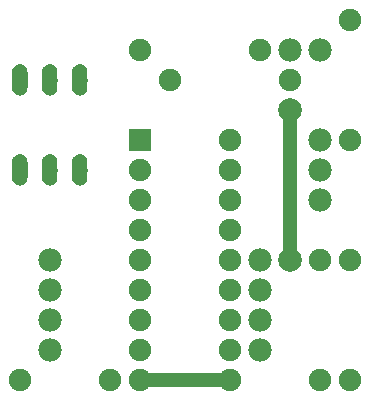
<source format=gtl>
G04 MADE WITH FRITZING*
G04 WWW.FRITZING.ORG*
G04 DOUBLE SIDED*
G04 HOLES PLATED*
G04 CONTOUR ON CENTER OF CONTOUR VECTOR*
%ASAXBY*%
%FSLAX23Y23*%
%MOIN*%
%OFA0B0*%
%SFA1.0B1.0*%
%ADD10C,0.075000*%
%ADD11C,0.078000*%
%ADD12C,0.052000*%
%ADD13C,0.078740*%
%ADD14R,0.075000X0.075000*%
%ADD15C,0.048000*%
%ADD16R,0.001000X0.001000*%
%LNCOPPER1*%
G90*
G70*
G54D10*
X518Y1117D03*
X818Y1117D03*
X518Y1017D03*
X818Y1017D03*
X518Y917D03*
X818Y917D03*
X518Y817D03*
X818Y817D03*
X518Y717D03*
X818Y717D03*
X518Y617D03*
X818Y617D03*
X518Y517D03*
X818Y517D03*
X518Y417D03*
X818Y417D03*
X1018Y1217D03*
X1018Y717D03*
X518Y317D03*
X818Y317D03*
G54D11*
X1118Y917D03*
X1118Y1017D03*
X1118Y1117D03*
X918Y417D03*
X918Y517D03*
X918Y617D03*
X918Y717D03*
X218Y417D03*
X218Y517D03*
X218Y617D03*
X218Y717D03*
G54D10*
X1218Y1117D03*
X1218Y1517D03*
X1218Y717D03*
X1218Y317D03*
X1118Y717D03*
X1118Y317D03*
G54D12*
X118Y1017D03*
X218Y1017D03*
X218Y1317D03*
X118Y1317D03*
X118Y1017D03*
X218Y1017D03*
X218Y1317D03*
X118Y1317D03*
X218Y1017D03*
X318Y1017D03*
X318Y1317D03*
X218Y1317D03*
X218Y1017D03*
X318Y1017D03*
X318Y1317D03*
X218Y1317D03*
G54D10*
X518Y1417D03*
X918Y1417D03*
X618Y1317D03*
X1018Y1317D03*
X118Y317D03*
X418Y317D03*
G54D11*
X1018Y1417D03*
X1118Y1417D03*
G54D13*
X1018Y1217D03*
X1018Y717D03*
G54D14*
X518Y1117D03*
G54D15*
X546Y317D02*
X789Y317D01*
D02*
X1018Y744D02*
X1018Y1191D01*
G54D16*
X111Y1369D02*
X123Y1369D01*
X211Y1369D02*
X223Y1369D01*
X311Y1369D02*
X323Y1369D01*
X108Y1368D02*
X126Y1368D01*
X208Y1368D02*
X226Y1368D01*
X308Y1368D02*
X326Y1368D01*
X106Y1367D02*
X128Y1367D01*
X206Y1367D02*
X228Y1367D01*
X306Y1367D02*
X328Y1367D01*
X104Y1366D02*
X130Y1366D01*
X204Y1366D02*
X230Y1366D01*
X304Y1366D02*
X330Y1366D01*
X103Y1365D02*
X131Y1365D01*
X203Y1365D02*
X231Y1365D01*
X303Y1365D02*
X331Y1365D01*
X101Y1364D02*
X133Y1364D01*
X201Y1364D02*
X233Y1364D01*
X301Y1364D02*
X333Y1364D01*
X100Y1363D02*
X134Y1363D01*
X200Y1363D02*
X234Y1363D01*
X300Y1363D02*
X334Y1363D01*
X99Y1362D02*
X135Y1362D01*
X199Y1362D02*
X235Y1362D01*
X299Y1362D02*
X335Y1362D01*
X98Y1361D02*
X136Y1361D01*
X198Y1361D02*
X236Y1361D01*
X298Y1361D02*
X336Y1361D01*
X97Y1360D02*
X137Y1360D01*
X197Y1360D02*
X237Y1360D01*
X297Y1360D02*
X337Y1360D01*
X97Y1359D02*
X137Y1359D01*
X196Y1359D02*
X237Y1359D01*
X296Y1359D02*
X337Y1359D01*
X96Y1358D02*
X138Y1358D01*
X196Y1358D02*
X238Y1358D01*
X296Y1358D02*
X338Y1358D01*
X95Y1357D02*
X139Y1357D01*
X195Y1357D02*
X239Y1357D01*
X295Y1357D02*
X339Y1357D01*
X95Y1356D02*
X139Y1356D01*
X195Y1356D02*
X239Y1356D01*
X295Y1356D02*
X339Y1356D01*
X94Y1355D02*
X140Y1355D01*
X194Y1355D02*
X240Y1355D01*
X294Y1355D02*
X340Y1355D01*
X94Y1354D02*
X140Y1354D01*
X194Y1354D02*
X240Y1354D01*
X294Y1354D02*
X340Y1354D01*
X93Y1353D02*
X141Y1353D01*
X193Y1353D02*
X241Y1353D01*
X293Y1353D02*
X341Y1353D01*
X93Y1352D02*
X141Y1352D01*
X193Y1352D02*
X241Y1352D01*
X293Y1352D02*
X341Y1352D01*
X93Y1351D02*
X141Y1351D01*
X193Y1351D02*
X241Y1351D01*
X293Y1351D02*
X341Y1351D01*
X92Y1350D02*
X142Y1350D01*
X192Y1350D02*
X242Y1350D01*
X292Y1350D02*
X342Y1350D01*
X92Y1349D02*
X142Y1349D01*
X192Y1349D02*
X242Y1349D01*
X292Y1349D02*
X342Y1349D01*
X92Y1348D02*
X142Y1348D01*
X192Y1348D02*
X242Y1348D01*
X292Y1348D02*
X342Y1348D01*
X92Y1347D02*
X142Y1347D01*
X192Y1347D02*
X242Y1347D01*
X292Y1347D02*
X342Y1347D01*
X92Y1346D02*
X142Y1346D01*
X192Y1346D02*
X242Y1346D01*
X292Y1346D02*
X342Y1346D01*
X92Y1345D02*
X142Y1345D01*
X192Y1345D02*
X242Y1345D01*
X292Y1345D02*
X342Y1345D01*
X92Y1344D02*
X142Y1344D01*
X192Y1344D02*
X242Y1344D01*
X291Y1344D02*
X342Y1344D01*
X92Y1343D02*
X143Y1343D01*
X191Y1343D02*
X242Y1343D01*
X291Y1343D02*
X342Y1343D01*
X92Y1342D02*
X143Y1342D01*
X191Y1342D02*
X242Y1342D01*
X291Y1342D02*
X342Y1342D01*
X92Y1341D02*
X143Y1341D01*
X191Y1341D02*
X242Y1341D01*
X291Y1341D02*
X342Y1341D01*
X92Y1340D02*
X143Y1340D01*
X191Y1340D02*
X242Y1340D01*
X291Y1340D02*
X342Y1340D01*
X92Y1339D02*
X143Y1339D01*
X191Y1339D02*
X242Y1339D01*
X291Y1339D02*
X342Y1339D01*
X92Y1338D02*
X143Y1338D01*
X191Y1338D02*
X242Y1338D01*
X291Y1338D02*
X342Y1338D01*
X92Y1337D02*
X143Y1337D01*
X191Y1337D02*
X242Y1337D01*
X291Y1337D02*
X342Y1337D01*
X92Y1336D02*
X143Y1336D01*
X191Y1336D02*
X242Y1336D01*
X291Y1336D02*
X342Y1336D01*
X92Y1335D02*
X143Y1335D01*
X191Y1335D02*
X242Y1335D01*
X291Y1335D02*
X342Y1335D01*
X92Y1334D02*
X143Y1334D01*
X191Y1334D02*
X242Y1334D01*
X291Y1334D02*
X342Y1334D01*
X92Y1333D02*
X112Y1333D01*
X122Y1333D02*
X143Y1333D01*
X191Y1333D02*
X212Y1333D01*
X222Y1333D02*
X242Y1333D01*
X291Y1333D02*
X312Y1333D01*
X322Y1333D02*
X342Y1333D01*
X92Y1332D02*
X109Y1332D01*
X125Y1332D02*
X143Y1332D01*
X191Y1332D02*
X209Y1332D01*
X225Y1332D02*
X242Y1332D01*
X291Y1332D02*
X309Y1332D01*
X325Y1332D02*
X342Y1332D01*
X92Y1331D02*
X108Y1331D01*
X126Y1331D02*
X143Y1331D01*
X191Y1331D02*
X208Y1331D01*
X226Y1331D02*
X242Y1331D01*
X291Y1331D02*
X308Y1331D01*
X326Y1331D02*
X342Y1331D01*
X92Y1330D02*
X106Y1330D01*
X128Y1330D02*
X143Y1330D01*
X191Y1330D02*
X206Y1330D01*
X228Y1330D02*
X242Y1330D01*
X291Y1330D02*
X306Y1330D01*
X328Y1330D02*
X342Y1330D01*
X92Y1329D02*
X105Y1329D01*
X129Y1329D02*
X143Y1329D01*
X191Y1329D02*
X205Y1329D01*
X229Y1329D02*
X242Y1329D01*
X291Y1329D02*
X305Y1329D01*
X329Y1329D02*
X342Y1329D01*
X92Y1328D02*
X104Y1328D01*
X130Y1328D02*
X143Y1328D01*
X191Y1328D02*
X204Y1328D01*
X230Y1328D02*
X242Y1328D01*
X291Y1328D02*
X304Y1328D01*
X330Y1328D02*
X342Y1328D01*
X92Y1327D02*
X103Y1327D01*
X131Y1327D02*
X143Y1327D01*
X191Y1327D02*
X203Y1327D01*
X231Y1327D02*
X242Y1327D01*
X291Y1327D02*
X303Y1327D01*
X331Y1327D02*
X342Y1327D01*
X92Y1326D02*
X103Y1326D01*
X131Y1326D02*
X143Y1326D01*
X191Y1326D02*
X203Y1326D01*
X231Y1326D02*
X242Y1326D01*
X291Y1326D02*
X303Y1326D01*
X331Y1326D02*
X342Y1326D01*
X92Y1325D02*
X102Y1325D01*
X132Y1325D02*
X143Y1325D01*
X191Y1325D02*
X202Y1325D01*
X232Y1325D02*
X242Y1325D01*
X291Y1325D02*
X302Y1325D01*
X332Y1325D02*
X342Y1325D01*
X92Y1324D02*
X102Y1324D01*
X132Y1324D02*
X143Y1324D01*
X191Y1324D02*
X202Y1324D01*
X232Y1324D02*
X242Y1324D01*
X291Y1324D02*
X302Y1324D01*
X332Y1324D02*
X342Y1324D01*
X92Y1323D02*
X101Y1323D01*
X133Y1323D02*
X143Y1323D01*
X191Y1323D02*
X201Y1323D01*
X233Y1323D02*
X242Y1323D01*
X291Y1323D02*
X301Y1323D01*
X333Y1323D02*
X342Y1323D01*
X92Y1322D02*
X101Y1322D01*
X133Y1322D02*
X143Y1322D01*
X191Y1322D02*
X201Y1322D01*
X233Y1322D02*
X242Y1322D01*
X291Y1322D02*
X301Y1322D01*
X333Y1322D02*
X342Y1322D01*
X92Y1321D02*
X101Y1321D01*
X133Y1321D02*
X143Y1321D01*
X191Y1321D02*
X201Y1321D01*
X233Y1321D02*
X242Y1321D01*
X291Y1321D02*
X301Y1321D01*
X333Y1321D02*
X342Y1321D01*
X92Y1320D02*
X101Y1320D01*
X133Y1320D02*
X143Y1320D01*
X191Y1320D02*
X201Y1320D01*
X233Y1320D02*
X242Y1320D01*
X291Y1320D02*
X301Y1320D01*
X333Y1320D02*
X342Y1320D01*
X92Y1319D02*
X101Y1319D01*
X133Y1319D02*
X143Y1319D01*
X191Y1319D02*
X201Y1319D01*
X233Y1319D02*
X242Y1319D01*
X291Y1319D02*
X301Y1319D01*
X333Y1319D02*
X342Y1319D01*
X92Y1318D02*
X101Y1318D01*
X133Y1318D02*
X143Y1318D01*
X191Y1318D02*
X201Y1318D01*
X233Y1318D02*
X242Y1318D01*
X291Y1318D02*
X301Y1318D01*
X333Y1318D02*
X342Y1318D01*
X92Y1317D02*
X101Y1317D01*
X133Y1317D02*
X143Y1317D01*
X191Y1317D02*
X201Y1317D01*
X233Y1317D02*
X242Y1317D01*
X291Y1317D02*
X301Y1317D01*
X333Y1317D02*
X342Y1317D01*
X92Y1316D02*
X101Y1316D01*
X133Y1316D02*
X143Y1316D01*
X191Y1316D02*
X201Y1316D01*
X233Y1316D02*
X242Y1316D01*
X291Y1316D02*
X301Y1316D01*
X333Y1316D02*
X342Y1316D01*
X92Y1315D02*
X101Y1315D01*
X133Y1315D02*
X143Y1315D01*
X191Y1315D02*
X201Y1315D01*
X233Y1315D02*
X242Y1315D01*
X291Y1315D02*
X301Y1315D01*
X333Y1315D02*
X342Y1315D01*
X92Y1314D02*
X101Y1314D01*
X133Y1314D02*
X143Y1314D01*
X191Y1314D02*
X201Y1314D01*
X233Y1314D02*
X242Y1314D01*
X291Y1314D02*
X301Y1314D01*
X333Y1314D02*
X342Y1314D01*
X92Y1313D02*
X101Y1313D01*
X133Y1313D02*
X143Y1313D01*
X191Y1313D02*
X201Y1313D01*
X233Y1313D02*
X242Y1313D01*
X291Y1313D02*
X301Y1313D01*
X333Y1313D02*
X342Y1313D01*
X92Y1312D02*
X102Y1312D01*
X132Y1312D02*
X143Y1312D01*
X191Y1312D02*
X202Y1312D01*
X232Y1312D02*
X242Y1312D01*
X291Y1312D02*
X302Y1312D01*
X332Y1312D02*
X342Y1312D01*
X92Y1311D02*
X102Y1311D01*
X132Y1311D02*
X143Y1311D01*
X191Y1311D02*
X202Y1311D01*
X232Y1311D02*
X242Y1311D01*
X291Y1311D02*
X302Y1311D01*
X332Y1311D02*
X342Y1311D01*
X92Y1310D02*
X103Y1310D01*
X131Y1310D02*
X143Y1310D01*
X191Y1310D02*
X203Y1310D01*
X231Y1310D02*
X242Y1310D01*
X291Y1310D02*
X303Y1310D01*
X331Y1310D02*
X342Y1310D01*
X92Y1309D02*
X103Y1309D01*
X131Y1309D02*
X143Y1309D01*
X191Y1309D02*
X203Y1309D01*
X231Y1309D02*
X242Y1309D01*
X291Y1309D02*
X303Y1309D01*
X331Y1309D02*
X342Y1309D01*
X92Y1308D02*
X104Y1308D01*
X130Y1308D02*
X143Y1308D01*
X191Y1308D02*
X204Y1308D01*
X230Y1308D02*
X242Y1308D01*
X291Y1308D02*
X304Y1308D01*
X330Y1308D02*
X342Y1308D01*
X92Y1307D02*
X105Y1307D01*
X129Y1307D02*
X143Y1307D01*
X191Y1307D02*
X205Y1307D01*
X229Y1307D02*
X242Y1307D01*
X291Y1307D02*
X305Y1307D01*
X329Y1307D02*
X342Y1307D01*
X92Y1306D02*
X106Y1306D01*
X128Y1306D02*
X143Y1306D01*
X191Y1306D02*
X206Y1306D01*
X228Y1306D02*
X242Y1306D01*
X291Y1306D02*
X306Y1306D01*
X328Y1306D02*
X342Y1306D01*
X92Y1305D02*
X107Y1305D01*
X127Y1305D02*
X143Y1305D01*
X191Y1305D02*
X207Y1305D01*
X227Y1305D02*
X242Y1305D01*
X291Y1305D02*
X307Y1305D01*
X327Y1305D02*
X342Y1305D01*
X92Y1304D02*
X109Y1304D01*
X125Y1304D02*
X143Y1304D01*
X191Y1304D02*
X209Y1304D01*
X225Y1304D02*
X242Y1304D01*
X291Y1304D02*
X308Y1304D01*
X325Y1304D02*
X342Y1304D01*
X92Y1303D02*
X110Y1303D01*
X124Y1303D02*
X143Y1303D01*
X191Y1303D02*
X210Y1303D01*
X224Y1303D02*
X242Y1303D01*
X291Y1303D02*
X310Y1303D01*
X323Y1303D02*
X342Y1303D01*
X92Y1302D02*
X114Y1302D01*
X120Y1302D02*
X143Y1302D01*
X191Y1302D02*
X214Y1302D01*
X220Y1302D02*
X242Y1302D01*
X291Y1302D02*
X314Y1302D01*
X320Y1302D02*
X342Y1302D01*
X92Y1301D02*
X143Y1301D01*
X191Y1301D02*
X242Y1301D01*
X291Y1301D02*
X342Y1301D01*
X92Y1300D02*
X143Y1300D01*
X191Y1300D02*
X242Y1300D01*
X291Y1300D02*
X342Y1300D01*
X92Y1299D02*
X143Y1299D01*
X191Y1299D02*
X242Y1299D01*
X291Y1299D02*
X342Y1299D01*
X92Y1298D02*
X143Y1298D01*
X191Y1298D02*
X242Y1298D01*
X291Y1298D02*
X342Y1298D01*
X92Y1297D02*
X143Y1297D01*
X191Y1297D02*
X242Y1297D01*
X291Y1297D02*
X342Y1297D01*
X92Y1296D02*
X143Y1296D01*
X191Y1296D02*
X242Y1296D01*
X291Y1296D02*
X342Y1296D01*
X92Y1295D02*
X143Y1295D01*
X191Y1295D02*
X242Y1295D01*
X291Y1295D02*
X342Y1295D01*
X92Y1294D02*
X143Y1294D01*
X191Y1294D02*
X242Y1294D01*
X291Y1294D02*
X342Y1294D01*
X92Y1293D02*
X143Y1293D01*
X191Y1293D02*
X242Y1293D01*
X291Y1293D02*
X342Y1293D01*
X92Y1292D02*
X143Y1292D01*
X191Y1292D02*
X242Y1292D01*
X291Y1292D02*
X342Y1292D01*
X92Y1291D02*
X142Y1291D01*
X192Y1291D02*
X242Y1291D01*
X292Y1291D02*
X342Y1291D01*
X92Y1290D02*
X142Y1290D01*
X192Y1290D02*
X242Y1290D01*
X292Y1290D02*
X342Y1290D01*
X92Y1289D02*
X142Y1289D01*
X192Y1289D02*
X242Y1289D01*
X292Y1289D02*
X342Y1289D01*
X92Y1288D02*
X142Y1288D01*
X192Y1288D02*
X242Y1288D01*
X292Y1288D02*
X342Y1288D01*
X92Y1287D02*
X142Y1287D01*
X192Y1287D02*
X242Y1287D01*
X292Y1287D02*
X342Y1287D01*
X92Y1286D02*
X142Y1286D01*
X192Y1286D02*
X242Y1286D01*
X292Y1286D02*
X342Y1286D01*
X92Y1285D02*
X142Y1285D01*
X192Y1285D02*
X242Y1285D01*
X292Y1285D02*
X342Y1285D01*
X93Y1284D02*
X141Y1284D01*
X193Y1284D02*
X241Y1284D01*
X293Y1284D02*
X341Y1284D01*
X93Y1283D02*
X141Y1283D01*
X193Y1283D02*
X241Y1283D01*
X293Y1283D02*
X341Y1283D01*
X93Y1282D02*
X141Y1282D01*
X193Y1282D02*
X241Y1282D01*
X293Y1282D02*
X341Y1282D01*
X94Y1281D02*
X140Y1281D01*
X194Y1281D02*
X240Y1281D01*
X294Y1281D02*
X340Y1281D01*
X94Y1280D02*
X140Y1280D01*
X194Y1280D02*
X240Y1280D01*
X294Y1280D02*
X340Y1280D01*
X95Y1279D02*
X139Y1279D01*
X195Y1279D02*
X239Y1279D01*
X295Y1279D02*
X339Y1279D01*
X96Y1278D02*
X138Y1278D01*
X196Y1278D02*
X238Y1278D01*
X295Y1278D02*
X338Y1278D01*
X96Y1277D02*
X138Y1277D01*
X196Y1277D02*
X238Y1277D01*
X296Y1277D02*
X338Y1277D01*
X97Y1276D02*
X137Y1276D01*
X197Y1276D02*
X237Y1276D01*
X297Y1276D02*
X337Y1276D01*
X98Y1275D02*
X136Y1275D01*
X198Y1275D02*
X236Y1275D01*
X298Y1275D02*
X336Y1275D01*
X99Y1274D02*
X135Y1274D01*
X199Y1274D02*
X235Y1274D01*
X299Y1274D02*
X335Y1274D01*
X100Y1273D02*
X134Y1273D01*
X200Y1273D02*
X234Y1273D01*
X300Y1273D02*
X334Y1273D01*
X101Y1272D02*
X133Y1272D01*
X201Y1272D02*
X233Y1272D01*
X301Y1272D02*
X333Y1272D01*
X102Y1271D02*
X132Y1271D01*
X202Y1271D02*
X232Y1271D01*
X302Y1271D02*
X332Y1271D01*
X103Y1270D02*
X131Y1270D01*
X203Y1270D02*
X231Y1270D01*
X303Y1270D02*
X331Y1270D01*
X105Y1269D02*
X129Y1269D01*
X205Y1269D02*
X229Y1269D01*
X305Y1269D02*
X329Y1269D01*
X107Y1268D02*
X127Y1268D01*
X207Y1268D02*
X227Y1268D01*
X307Y1268D02*
X327Y1268D01*
X110Y1267D02*
X124Y1267D01*
X210Y1267D02*
X224Y1267D01*
X310Y1267D02*
X324Y1267D01*
X114Y1266D02*
X120Y1266D01*
X214Y1266D02*
X220Y1266D01*
X314Y1266D02*
X320Y1266D01*
X111Y1069D02*
X123Y1069D01*
X211Y1069D02*
X223Y1069D01*
X311Y1069D02*
X323Y1069D01*
X108Y1068D02*
X126Y1068D01*
X208Y1068D02*
X226Y1068D01*
X308Y1068D02*
X326Y1068D01*
X106Y1067D02*
X128Y1067D01*
X206Y1067D02*
X228Y1067D01*
X306Y1067D02*
X328Y1067D01*
X104Y1066D02*
X130Y1066D01*
X204Y1066D02*
X230Y1066D01*
X304Y1066D02*
X330Y1066D01*
X103Y1065D02*
X132Y1065D01*
X202Y1065D02*
X231Y1065D01*
X302Y1065D02*
X331Y1065D01*
X101Y1064D02*
X133Y1064D01*
X201Y1064D02*
X233Y1064D01*
X301Y1064D02*
X333Y1064D01*
X100Y1063D02*
X134Y1063D01*
X200Y1063D02*
X234Y1063D01*
X300Y1063D02*
X334Y1063D01*
X99Y1062D02*
X135Y1062D01*
X199Y1062D02*
X235Y1062D01*
X299Y1062D02*
X335Y1062D01*
X98Y1061D02*
X136Y1061D01*
X198Y1061D02*
X236Y1061D01*
X298Y1061D02*
X336Y1061D01*
X97Y1060D02*
X137Y1060D01*
X197Y1060D02*
X237Y1060D01*
X297Y1060D02*
X337Y1060D01*
X96Y1059D02*
X138Y1059D01*
X196Y1059D02*
X238Y1059D01*
X296Y1059D02*
X337Y1059D01*
X96Y1058D02*
X138Y1058D01*
X196Y1058D02*
X238Y1058D01*
X296Y1058D02*
X338Y1058D01*
X95Y1057D02*
X139Y1057D01*
X195Y1057D02*
X239Y1057D01*
X295Y1057D02*
X339Y1057D01*
X95Y1056D02*
X139Y1056D01*
X195Y1056D02*
X239Y1056D01*
X295Y1056D02*
X339Y1056D01*
X94Y1055D02*
X140Y1055D01*
X194Y1055D02*
X240Y1055D01*
X294Y1055D02*
X340Y1055D01*
X94Y1054D02*
X140Y1054D01*
X194Y1054D02*
X240Y1054D01*
X294Y1054D02*
X340Y1054D01*
X93Y1053D02*
X141Y1053D01*
X193Y1053D02*
X241Y1053D01*
X293Y1053D02*
X341Y1053D01*
X93Y1052D02*
X141Y1052D01*
X193Y1052D02*
X241Y1052D01*
X293Y1052D02*
X341Y1052D01*
X93Y1051D02*
X141Y1051D01*
X193Y1051D02*
X241Y1051D01*
X292Y1051D02*
X341Y1051D01*
X92Y1050D02*
X142Y1050D01*
X192Y1050D02*
X242Y1050D01*
X292Y1050D02*
X342Y1050D01*
X92Y1049D02*
X142Y1049D01*
X192Y1049D02*
X242Y1049D01*
X292Y1049D02*
X342Y1049D01*
X92Y1048D02*
X142Y1048D01*
X192Y1048D02*
X242Y1048D01*
X292Y1048D02*
X342Y1048D01*
X92Y1047D02*
X142Y1047D01*
X192Y1047D02*
X242Y1047D01*
X292Y1047D02*
X342Y1047D01*
X92Y1046D02*
X142Y1046D01*
X192Y1046D02*
X242Y1046D01*
X292Y1046D02*
X342Y1046D01*
X92Y1045D02*
X142Y1045D01*
X192Y1045D02*
X242Y1045D01*
X292Y1045D02*
X342Y1045D01*
X92Y1044D02*
X142Y1044D01*
X192Y1044D02*
X242Y1044D01*
X291Y1044D02*
X342Y1044D01*
X92Y1043D02*
X143Y1043D01*
X191Y1043D02*
X242Y1043D01*
X291Y1043D02*
X342Y1043D01*
X92Y1042D02*
X143Y1042D01*
X191Y1042D02*
X242Y1042D01*
X291Y1042D02*
X342Y1042D01*
X92Y1041D02*
X143Y1041D01*
X191Y1041D02*
X242Y1041D01*
X291Y1041D02*
X342Y1041D01*
X92Y1040D02*
X143Y1040D01*
X191Y1040D02*
X242Y1040D01*
X291Y1040D02*
X342Y1040D01*
X92Y1039D02*
X143Y1039D01*
X191Y1039D02*
X242Y1039D01*
X291Y1039D02*
X342Y1039D01*
X92Y1038D02*
X143Y1038D01*
X191Y1038D02*
X242Y1038D01*
X291Y1038D02*
X342Y1038D01*
X92Y1037D02*
X143Y1037D01*
X191Y1037D02*
X242Y1037D01*
X291Y1037D02*
X342Y1037D01*
X92Y1036D02*
X143Y1036D01*
X191Y1036D02*
X242Y1036D01*
X291Y1036D02*
X342Y1036D01*
X92Y1035D02*
X143Y1035D01*
X191Y1035D02*
X242Y1035D01*
X291Y1035D02*
X342Y1035D01*
X92Y1034D02*
X143Y1034D01*
X191Y1034D02*
X242Y1034D01*
X291Y1034D02*
X342Y1034D01*
X92Y1033D02*
X112Y1033D01*
X122Y1033D02*
X143Y1033D01*
X191Y1033D02*
X212Y1033D01*
X222Y1033D02*
X242Y1033D01*
X291Y1033D02*
X312Y1033D01*
X322Y1033D02*
X342Y1033D01*
X92Y1032D02*
X109Y1032D01*
X125Y1032D02*
X143Y1032D01*
X191Y1032D02*
X209Y1032D01*
X225Y1032D02*
X242Y1032D01*
X291Y1032D02*
X309Y1032D01*
X325Y1032D02*
X342Y1032D01*
X92Y1031D02*
X107Y1031D01*
X127Y1031D02*
X143Y1031D01*
X191Y1031D02*
X207Y1031D01*
X227Y1031D02*
X242Y1031D01*
X291Y1031D02*
X307Y1031D01*
X326Y1031D02*
X342Y1031D01*
X92Y1030D02*
X106Y1030D01*
X128Y1030D02*
X143Y1030D01*
X191Y1030D02*
X206Y1030D01*
X228Y1030D02*
X242Y1030D01*
X291Y1030D02*
X306Y1030D01*
X328Y1030D02*
X342Y1030D01*
X92Y1029D02*
X105Y1029D01*
X129Y1029D02*
X143Y1029D01*
X191Y1029D02*
X205Y1029D01*
X229Y1029D02*
X242Y1029D01*
X291Y1029D02*
X305Y1029D01*
X329Y1029D02*
X342Y1029D01*
X92Y1028D02*
X104Y1028D01*
X130Y1028D02*
X143Y1028D01*
X191Y1028D02*
X204Y1028D01*
X230Y1028D02*
X242Y1028D01*
X291Y1028D02*
X304Y1028D01*
X330Y1028D02*
X342Y1028D01*
X92Y1027D02*
X103Y1027D01*
X131Y1027D02*
X143Y1027D01*
X191Y1027D02*
X203Y1027D01*
X231Y1027D02*
X242Y1027D01*
X291Y1027D02*
X303Y1027D01*
X331Y1027D02*
X342Y1027D01*
X92Y1026D02*
X103Y1026D01*
X131Y1026D02*
X143Y1026D01*
X191Y1026D02*
X203Y1026D01*
X231Y1026D02*
X242Y1026D01*
X291Y1026D02*
X303Y1026D01*
X331Y1026D02*
X342Y1026D01*
X92Y1025D02*
X102Y1025D01*
X132Y1025D02*
X143Y1025D01*
X191Y1025D02*
X202Y1025D01*
X232Y1025D02*
X242Y1025D01*
X291Y1025D02*
X302Y1025D01*
X332Y1025D02*
X342Y1025D01*
X92Y1024D02*
X102Y1024D01*
X132Y1024D02*
X143Y1024D01*
X191Y1024D02*
X202Y1024D01*
X232Y1024D02*
X242Y1024D01*
X291Y1024D02*
X302Y1024D01*
X332Y1024D02*
X342Y1024D01*
X92Y1023D02*
X101Y1023D01*
X133Y1023D02*
X143Y1023D01*
X191Y1023D02*
X201Y1023D01*
X233Y1023D02*
X242Y1023D01*
X291Y1023D02*
X301Y1023D01*
X333Y1023D02*
X342Y1023D01*
X92Y1022D02*
X101Y1022D01*
X133Y1022D02*
X143Y1022D01*
X191Y1022D02*
X201Y1022D01*
X233Y1022D02*
X242Y1022D01*
X291Y1022D02*
X301Y1022D01*
X333Y1022D02*
X342Y1022D01*
X92Y1021D02*
X101Y1021D01*
X133Y1021D02*
X143Y1021D01*
X191Y1021D02*
X201Y1021D01*
X233Y1021D02*
X242Y1021D01*
X291Y1021D02*
X301Y1021D01*
X333Y1021D02*
X342Y1021D01*
X92Y1020D02*
X101Y1020D01*
X133Y1020D02*
X143Y1020D01*
X191Y1020D02*
X201Y1020D01*
X233Y1020D02*
X242Y1020D01*
X291Y1020D02*
X301Y1020D01*
X333Y1020D02*
X342Y1020D01*
X92Y1019D02*
X101Y1019D01*
X133Y1019D02*
X143Y1019D01*
X191Y1019D02*
X201Y1019D01*
X233Y1019D02*
X242Y1019D01*
X291Y1019D02*
X301Y1019D01*
X333Y1019D02*
X342Y1019D01*
X92Y1018D02*
X101Y1018D01*
X133Y1018D02*
X143Y1018D01*
X191Y1018D02*
X201Y1018D01*
X233Y1018D02*
X242Y1018D01*
X291Y1018D02*
X301Y1018D01*
X333Y1018D02*
X342Y1018D01*
X92Y1017D02*
X101Y1017D01*
X133Y1017D02*
X143Y1017D01*
X191Y1017D02*
X201Y1017D01*
X233Y1017D02*
X242Y1017D01*
X291Y1017D02*
X301Y1017D01*
X333Y1017D02*
X342Y1017D01*
X92Y1016D02*
X101Y1016D01*
X133Y1016D02*
X143Y1016D01*
X191Y1016D02*
X201Y1016D01*
X233Y1016D02*
X242Y1016D01*
X291Y1016D02*
X301Y1016D01*
X333Y1016D02*
X342Y1016D01*
X92Y1015D02*
X101Y1015D01*
X133Y1015D02*
X143Y1015D01*
X191Y1015D02*
X201Y1015D01*
X233Y1015D02*
X242Y1015D01*
X291Y1015D02*
X301Y1015D01*
X333Y1015D02*
X342Y1015D01*
X92Y1014D02*
X101Y1014D01*
X133Y1014D02*
X143Y1014D01*
X191Y1014D02*
X201Y1014D01*
X233Y1014D02*
X242Y1014D01*
X291Y1014D02*
X301Y1014D01*
X333Y1014D02*
X342Y1014D01*
X92Y1013D02*
X101Y1013D01*
X133Y1013D02*
X143Y1013D01*
X191Y1013D02*
X201Y1013D01*
X233Y1013D02*
X242Y1013D01*
X291Y1013D02*
X301Y1013D01*
X333Y1013D02*
X342Y1013D01*
X92Y1012D02*
X102Y1012D01*
X132Y1012D02*
X143Y1012D01*
X191Y1012D02*
X202Y1012D01*
X232Y1012D02*
X242Y1012D01*
X291Y1012D02*
X302Y1012D01*
X332Y1012D02*
X342Y1012D01*
X92Y1011D02*
X102Y1011D01*
X132Y1011D02*
X143Y1011D01*
X191Y1011D02*
X202Y1011D01*
X232Y1011D02*
X242Y1011D01*
X291Y1011D02*
X302Y1011D01*
X332Y1011D02*
X342Y1011D01*
X92Y1010D02*
X103Y1010D01*
X131Y1010D02*
X143Y1010D01*
X191Y1010D02*
X203Y1010D01*
X231Y1010D02*
X242Y1010D01*
X291Y1010D02*
X303Y1010D01*
X331Y1010D02*
X342Y1010D01*
X92Y1009D02*
X103Y1009D01*
X131Y1009D02*
X143Y1009D01*
X191Y1009D02*
X203Y1009D01*
X231Y1009D02*
X242Y1009D01*
X291Y1009D02*
X303Y1009D01*
X331Y1009D02*
X342Y1009D01*
X92Y1008D02*
X104Y1008D01*
X130Y1008D02*
X143Y1008D01*
X191Y1008D02*
X204Y1008D01*
X230Y1008D02*
X242Y1008D01*
X291Y1008D02*
X304Y1008D01*
X330Y1008D02*
X342Y1008D01*
X92Y1007D02*
X105Y1007D01*
X129Y1007D02*
X143Y1007D01*
X191Y1007D02*
X205Y1007D01*
X229Y1007D02*
X242Y1007D01*
X291Y1007D02*
X305Y1007D01*
X329Y1007D02*
X342Y1007D01*
X92Y1006D02*
X106Y1006D01*
X128Y1006D02*
X143Y1006D01*
X191Y1006D02*
X206Y1006D01*
X228Y1006D02*
X242Y1006D01*
X291Y1006D02*
X306Y1006D01*
X328Y1006D02*
X342Y1006D01*
X92Y1005D02*
X107Y1005D01*
X127Y1005D02*
X143Y1005D01*
X191Y1005D02*
X207Y1005D01*
X227Y1005D02*
X242Y1005D01*
X291Y1005D02*
X307Y1005D01*
X327Y1005D02*
X342Y1005D01*
X92Y1004D02*
X109Y1004D01*
X125Y1004D02*
X143Y1004D01*
X191Y1004D02*
X209Y1004D01*
X225Y1004D02*
X242Y1004D01*
X291Y1004D02*
X309Y1004D01*
X325Y1004D02*
X342Y1004D01*
X92Y1003D02*
X111Y1003D01*
X123Y1003D02*
X143Y1003D01*
X191Y1003D02*
X211Y1003D01*
X223Y1003D02*
X242Y1003D01*
X291Y1003D02*
X311Y1003D01*
X323Y1003D02*
X342Y1003D01*
X92Y1002D02*
X115Y1002D01*
X119Y1002D02*
X143Y1002D01*
X191Y1002D02*
X215Y1002D01*
X219Y1002D02*
X242Y1002D01*
X291Y1002D02*
X315Y1002D01*
X319Y1002D02*
X342Y1002D01*
X92Y1001D02*
X143Y1001D01*
X191Y1001D02*
X242Y1001D01*
X291Y1001D02*
X342Y1001D01*
X92Y1000D02*
X143Y1000D01*
X191Y1000D02*
X242Y1000D01*
X291Y1000D02*
X342Y1000D01*
X92Y999D02*
X143Y999D01*
X191Y999D02*
X242Y999D01*
X291Y999D02*
X342Y999D01*
X92Y998D02*
X143Y998D01*
X191Y998D02*
X242Y998D01*
X291Y998D02*
X342Y998D01*
X92Y997D02*
X143Y997D01*
X191Y997D02*
X242Y997D01*
X291Y997D02*
X342Y997D01*
X92Y996D02*
X143Y996D01*
X191Y996D02*
X242Y996D01*
X291Y996D02*
X342Y996D01*
X92Y995D02*
X143Y995D01*
X191Y995D02*
X242Y995D01*
X291Y995D02*
X342Y995D01*
X92Y994D02*
X143Y994D01*
X191Y994D02*
X242Y994D01*
X291Y994D02*
X342Y994D01*
X92Y993D02*
X143Y993D01*
X191Y993D02*
X242Y993D01*
X291Y993D02*
X342Y993D01*
X92Y992D02*
X143Y992D01*
X191Y992D02*
X242Y992D01*
X291Y992D02*
X342Y992D01*
X92Y991D02*
X142Y991D01*
X192Y991D02*
X242Y991D01*
X292Y991D02*
X342Y991D01*
X92Y990D02*
X142Y990D01*
X192Y990D02*
X242Y990D01*
X292Y990D02*
X342Y990D01*
X92Y989D02*
X142Y989D01*
X192Y989D02*
X242Y989D01*
X292Y989D02*
X342Y989D01*
X92Y988D02*
X142Y988D01*
X192Y988D02*
X242Y988D01*
X292Y988D02*
X342Y988D01*
X92Y987D02*
X142Y987D01*
X192Y987D02*
X242Y987D01*
X292Y987D02*
X342Y987D01*
X92Y986D02*
X142Y986D01*
X192Y986D02*
X242Y986D01*
X292Y986D02*
X342Y986D01*
X92Y985D02*
X142Y985D01*
X192Y985D02*
X242Y985D01*
X292Y985D02*
X342Y985D01*
X93Y984D02*
X141Y984D01*
X193Y984D02*
X241Y984D01*
X293Y984D02*
X341Y984D01*
X93Y983D02*
X141Y983D01*
X193Y983D02*
X241Y983D01*
X293Y983D02*
X341Y983D01*
X93Y982D02*
X141Y982D01*
X193Y982D02*
X241Y982D01*
X293Y982D02*
X341Y982D01*
X94Y981D02*
X140Y981D01*
X194Y981D02*
X240Y981D01*
X294Y981D02*
X340Y981D01*
X94Y980D02*
X140Y980D01*
X194Y980D02*
X240Y980D01*
X294Y980D02*
X339Y980D01*
X95Y979D02*
X139Y979D01*
X195Y979D02*
X239Y979D01*
X295Y979D02*
X339Y979D01*
X96Y978D02*
X138Y978D01*
X196Y978D02*
X238Y978D01*
X296Y978D02*
X338Y978D01*
X96Y977D02*
X138Y977D01*
X196Y977D02*
X238Y977D01*
X296Y977D02*
X338Y977D01*
X97Y976D02*
X137Y976D01*
X197Y976D02*
X237Y976D01*
X297Y976D02*
X337Y976D01*
X98Y975D02*
X136Y975D01*
X198Y975D02*
X236Y975D01*
X298Y975D02*
X336Y975D01*
X99Y974D02*
X135Y974D01*
X199Y974D02*
X235Y974D01*
X299Y974D02*
X335Y974D01*
X100Y973D02*
X134Y973D01*
X200Y973D02*
X234Y973D01*
X300Y973D02*
X334Y973D01*
X101Y972D02*
X133Y972D01*
X201Y972D02*
X233Y972D01*
X301Y972D02*
X333Y972D01*
X102Y971D02*
X132Y971D01*
X202Y971D02*
X232Y971D01*
X302Y971D02*
X332Y971D01*
X103Y970D02*
X131Y970D01*
X203Y970D02*
X231Y970D01*
X303Y970D02*
X331Y970D01*
X105Y969D02*
X129Y969D01*
X205Y969D02*
X229Y969D01*
X305Y969D02*
X329Y969D01*
X107Y968D02*
X127Y968D01*
X207Y968D02*
X227Y968D01*
X307Y968D02*
X327Y968D01*
X110Y967D02*
X124Y967D01*
X210Y967D02*
X224Y967D01*
X310Y967D02*
X324Y967D01*
X115Y966D02*
X119Y966D01*
X215Y966D02*
X219Y966D01*
X315Y966D02*
X319Y966D01*
D02*
G04 End of Copper1*
M02*
</source>
